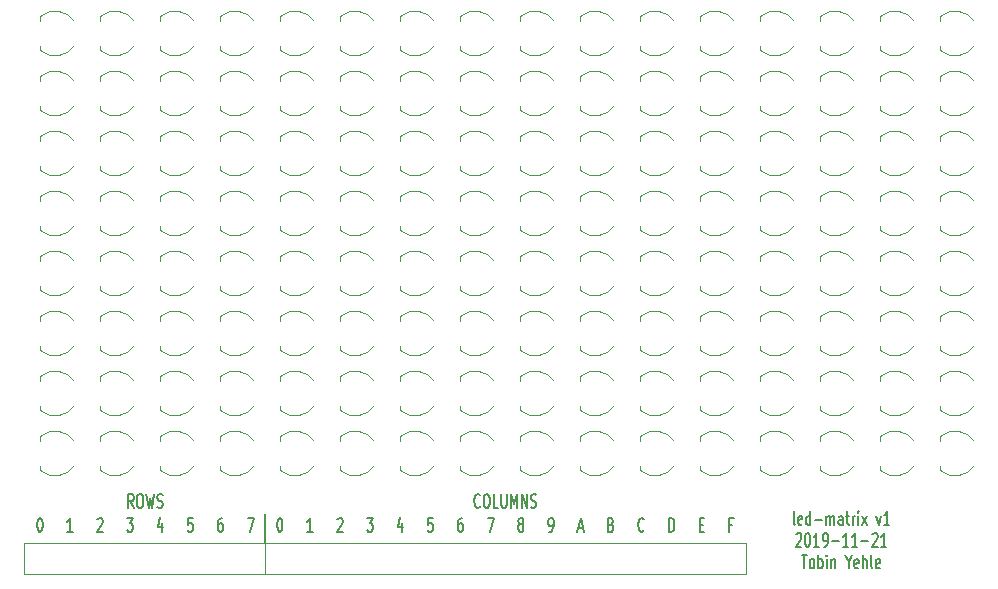
<source format=gbr>
G04 #@! TF.GenerationSoftware,KiCad,Pcbnew,5.0.2-bee76a0~70~ubuntu16.04.1*
G04 #@! TF.CreationDate,2019-11-21T23:00:53-08:00*
G04 #@! TF.ProjectId,led-panel,6c65642d-7061-46e6-956c-2e6b69636164,rev?*
G04 #@! TF.SameCoordinates,Original*
G04 #@! TF.FileFunction,Legend,Top*
G04 #@! TF.FilePolarity,Positive*
%FSLAX46Y46*%
G04 Gerber Fmt 4.6, Leading zero omitted, Abs format (unit mm)*
G04 Created by KiCad (PCBNEW 5.0.2-bee76a0~70~ubuntu16.04.1) date Thu 21 Nov 2019 11:00:53 PM PST*
%MOMM*%
%LPD*%
G01*
G04 APERTURE LIST*
%ADD10C,0.127000*%
%ADD11C,0.120000*%
G04 APERTURE END LIST*
D10*
X170579747Y-105101571D02*
X170504757Y-105047142D01*
X170467261Y-104938285D01*
X170467261Y-103958571D01*
X171179671Y-105047142D02*
X171104680Y-105101571D01*
X170954700Y-105101571D01*
X170879709Y-105047142D01*
X170842214Y-104938285D01*
X170842214Y-104502857D01*
X170879709Y-104394000D01*
X170954700Y-104339571D01*
X171104680Y-104339571D01*
X171179671Y-104394000D01*
X171217166Y-104502857D01*
X171217166Y-104611714D01*
X170842214Y-104720571D01*
X171892080Y-105101571D02*
X171892080Y-103958571D01*
X171892080Y-105047142D02*
X171817090Y-105101571D01*
X171667109Y-105101571D01*
X171592119Y-105047142D01*
X171554623Y-104992714D01*
X171517128Y-104883857D01*
X171517128Y-104557285D01*
X171554623Y-104448428D01*
X171592119Y-104394000D01*
X171667109Y-104339571D01*
X171817090Y-104339571D01*
X171892080Y-104394000D01*
X172267033Y-104666142D02*
X172866957Y-104666142D01*
X173241909Y-105101571D02*
X173241909Y-104339571D01*
X173241909Y-104448428D02*
X173279404Y-104394000D01*
X173354395Y-104339571D01*
X173466880Y-104339571D01*
X173541871Y-104394000D01*
X173579366Y-104502857D01*
X173579366Y-105101571D01*
X173579366Y-104502857D02*
X173616861Y-104394000D01*
X173691852Y-104339571D01*
X173804338Y-104339571D01*
X173879328Y-104394000D01*
X173916823Y-104502857D01*
X173916823Y-105101571D01*
X174629233Y-105101571D02*
X174629233Y-104502857D01*
X174591738Y-104394000D01*
X174516747Y-104339571D01*
X174366766Y-104339571D01*
X174291776Y-104394000D01*
X174629233Y-105047142D02*
X174554242Y-105101571D01*
X174366766Y-105101571D01*
X174291776Y-105047142D01*
X174254280Y-104938285D01*
X174254280Y-104829428D01*
X174291776Y-104720571D01*
X174366766Y-104666142D01*
X174554242Y-104666142D01*
X174629233Y-104611714D01*
X174891700Y-104339571D02*
X175191661Y-104339571D01*
X175004185Y-103958571D02*
X175004185Y-104938285D01*
X175041680Y-105047142D01*
X175116671Y-105101571D01*
X175191661Y-105101571D01*
X175454128Y-105101571D02*
X175454128Y-104339571D01*
X175454128Y-104557285D02*
X175491623Y-104448428D01*
X175529119Y-104394000D01*
X175604109Y-104339571D01*
X175679100Y-104339571D01*
X175941566Y-105101571D02*
X175941566Y-104339571D01*
X175941566Y-103958571D02*
X175904071Y-104013000D01*
X175941566Y-104067428D01*
X175979061Y-104013000D01*
X175941566Y-103958571D01*
X175941566Y-104067428D01*
X176241528Y-105101571D02*
X176653976Y-104339571D01*
X176241528Y-104339571D02*
X176653976Y-105101571D01*
X177478871Y-104339571D02*
X177666347Y-105101571D01*
X177853823Y-104339571D01*
X178566233Y-105101571D02*
X178116290Y-105101571D01*
X178341261Y-105101571D02*
X178341261Y-103958571D01*
X178266271Y-104121857D01*
X178191280Y-104230714D01*
X178116290Y-104285142D01*
X170673485Y-105908928D02*
X170710980Y-105854500D01*
X170785971Y-105800071D01*
X170973447Y-105800071D01*
X171048438Y-105854500D01*
X171085933Y-105908928D01*
X171123428Y-106017785D01*
X171123428Y-106126642D01*
X171085933Y-106289928D01*
X170635990Y-106943071D01*
X171123428Y-106943071D01*
X171610866Y-105800071D02*
X171685857Y-105800071D01*
X171760847Y-105854500D01*
X171798342Y-105908928D01*
X171835838Y-106017785D01*
X171873333Y-106235500D01*
X171873333Y-106507642D01*
X171835838Y-106725357D01*
X171798342Y-106834214D01*
X171760847Y-106888642D01*
X171685857Y-106943071D01*
X171610866Y-106943071D01*
X171535876Y-106888642D01*
X171498380Y-106834214D01*
X171460885Y-106725357D01*
X171423390Y-106507642D01*
X171423390Y-106235500D01*
X171460885Y-106017785D01*
X171498380Y-105908928D01*
X171535876Y-105854500D01*
X171610866Y-105800071D01*
X172623238Y-106943071D02*
X172173295Y-106943071D01*
X172398266Y-106943071D02*
X172398266Y-105800071D01*
X172323276Y-105963357D01*
X172248285Y-106072214D01*
X172173295Y-106126642D01*
X172998190Y-106943071D02*
X173148171Y-106943071D01*
X173223161Y-106888642D01*
X173260657Y-106834214D01*
X173335647Y-106670928D01*
X173373142Y-106453214D01*
X173373142Y-106017785D01*
X173335647Y-105908928D01*
X173298152Y-105854500D01*
X173223161Y-105800071D01*
X173073180Y-105800071D01*
X172998190Y-105854500D01*
X172960695Y-105908928D01*
X172923200Y-106017785D01*
X172923200Y-106289928D01*
X172960695Y-106398785D01*
X172998190Y-106453214D01*
X173073180Y-106507642D01*
X173223161Y-106507642D01*
X173298152Y-106453214D01*
X173335647Y-106398785D01*
X173373142Y-106289928D01*
X173710600Y-106507642D02*
X174310523Y-106507642D01*
X175097923Y-106943071D02*
X174647980Y-106943071D01*
X174872952Y-106943071D02*
X174872952Y-105800071D01*
X174797961Y-105963357D01*
X174722971Y-106072214D01*
X174647980Y-106126642D01*
X175847828Y-106943071D02*
X175397885Y-106943071D01*
X175622857Y-106943071D02*
X175622857Y-105800071D01*
X175547866Y-105963357D01*
X175472876Y-106072214D01*
X175397885Y-106126642D01*
X176185285Y-106507642D02*
X176785209Y-106507642D01*
X177122666Y-105908928D02*
X177160161Y-105854500D01*
X177235152Y-105800071D01*
X177422628Y-105800071D01*
X177497619Y-105854500D01*
X177535114Y-105908928D01*
X177572609Y-106017785D01*
X177572609Y-106126642D01*
X177535114Y-106289928D01*
X177085171Y-106943071D01*
X177572609Y-106943071D01*
X178322514Y-106943071D02*
X177872571Y-106943071D01*
X178097542Y-106943071D02*
X178097542Y-105800071D01*
X178022552Y-105963357D01*
X177947561Y-106072214D01*
X177872571Y-106126642D01*
X171142176Y-107641571D02*
X171592119Y-107641571D01*
X171367147Y-108784571D02*
X171367147Y-107641571D01*
X171967071Y-108784571D02*
X171892080Y-108730142D01*
X171854585Y-108675714D01*
X171817090Y-108566857D01*
X171817090Y-108240285D01*
X171854585Y-108131428D01*
X171892080Y-108077000D01*
X171967071Y-108022571D01*
X172079557Y-108022571D01*
X172154547Y-108077000D01*
X172192042Y-108131428D01*
X172229538Y-108240285D01*
X172229538Y-108566857D01*
X172192042Y-108675714D01*
X172154547Y-108730142D01*
X172079557Y-108784571D01*
X171967071Y-108784571D01*
X172566995Y-108784571D02*
X172566995Y-107641571D01*
X172566995Y-108077000D02*
X172641985Y-108022571D01*
X172791966Y-108022571D01*
X172866957Y-108077000D01*
X172904452Y-108131428D01*
X172941947Y-108240285D01*
X172941947Y-108566857D01*
X172904452Y-108675714D01*
X172866957Y-108730142D01*
X172791966Y-108784571D01*
X172641985Y-108784571D01*
X172566995Y-108730142D01*
X173279404Y-108784571D02*
X173279404Y-108022571D01*
X173279404Y-107641571D02*
X173241909Y-107696000D01*
X173279404Y-107750428D01*
X173316900Y-107696000D01*
X173279404Y-107641571D01*
X173279404Y-107750428D01*
X173654357Y-108022571D02*
X173654357Y-108784571D01*
X173654357Y-108131428D02*
X173691852Y-108077000D01*
X173766842Y-108022571D01*
X173879328Y-108022571D01*
X173954319Y-108077000D01*
X173991814Y-108185857D01*
X173991814Y-108784571D01*
X175116671Y-108240285D02*
X175116671Y-108784571D01*
X174854204Y-107641571D02*
X175116671Y-108240285D01*
X175379138Y-107641571D01*
X175941566Y-108730142D02*
X175866576Y-108784571D01*
X175716595Y-108784571D01*
X175641604Y-108730142D01*
X175604109Y-108621285D01*
X175604109Y-108185857D01*
X175641604Y-108077000D01*
X175716595Y-108022571D01*
X175866576Y-108022571D01*
X175941566Y-108077000D01*
X175979061Y-108185857D01*
X175979061Y-108294714D01*
X175604109Y-108403571D01*
X176316519Y-108784571D02*
X176316519Y-107641571D01*
X176653976Y-108784571D02*
X176653976Y-108185857D01*
X176616480Y-108077000D01*
X176541490Y-108022571D01*
X176429004Y-108022571D01*
X176354014Y-108077000D01*
X176316519Y-108131428D01*
X177141414Y-108784571D02*
X177066423Y-108730142D01*
X177028928Y-108621285D01*
X177028928Y-107641571D01*
X177741338Y-108730142D02*
X177666347Y-108784571D01*
X177516366Y-108784571D01*
X177441376Y-108730142D01*
X177403880Y-108621285D01*
X177403880Y-108185857D01*
X177441376Y-108077000D01*
X177516366Y-108022571D01*
X177666347Y-108022571D01*
X177741338Y-108077000D01*
X177778833Y-108185857D01*
X177778833Y-108294714D01*
X177403880Y-108403571D01*
X125730000Y-106616500D02*
X125730000Y-104140000D01*
X143912771Y-103532214D02*
X143875276Y-103586642D01*
X143762790Y-103641071D01*
X143687800Y-103641071D01*
X143575314Y-103586642D01*
X143500323Y-103477785D01*
X143462828Y-103368928D01*
X143425333Y-103151214D01*
X143425333Y-102987928D01*
X143462828Y-102770214D01*
X143500323Y-102661357D01*
X143575314Y-102552500D01*
X143687800Y-102498071D01*
X143762790Y-102498071D01*
X143875276Y-102552500D01*
X143912771Y-102606928D01*
X144400209Y-102498071D02*
X144550190Y-102498071D01*
X144625180Y-102552500D01*
X144700171Y-102661357D01*
X144737666Y-102879071D01*
X144737666Y-103260071D01*
X144700171Y-103477785D01*
X144625180Y-103586642D01*
X144550190Y-103641071D01*
X144400209Y-103641071D01*
X144325219Y-103586642D01*
X144250228Y-103477785D01*
X144212733Y-103260071D01*
X144212733Y-102879071D01*
X144250228Y-102661357D01*
X144325219Y-102552500D01*
X144400209Y-102498071D01*
X145450076Y-103641071D02*
X145075123Y-103641071D01*
X145075123Y-102498071D01*
X145712542Y-102498071D02*
X145712542Y-103423357D01*
X145750038Y-103532214D01*
X145787533Y-103586642D01*
X145862523Y-103641071D01*
X146012504Y-103641071D01*
X146087495Y-103586642D01*
X146124990Y-103532214D01*
X146162485Y-103423357D01*
X146162485Y-102498071D01*
X146537438Y-103641071D02*
X146537438Y-102498071D01*
X146799904Y-103314500D01*
X147062371Y-102498071D01*
X147062371Y-103641071D01*
X147437323Y-103641071D02*
X147437323Y-102498071D01*
X147887266Y-103641071D01*
X147887266Y-102498071D01*
X148224723Y-103586642D02*
X148337209Y-103641071D01*
X148524685Y-103641071D01*
X148599676Y-103586642D01*
X148637171Y-103532214D01*
X148674666Y-103423357D01*
X148674666Y-103314500D01*
X148637171Y-103205642D01*
X148599676Y-103151214D01*
X148524685Y-103096785D01*
X148374704Y-103042357D01*
X148299714Y-102987928D01*
X148262219Y-102933500D01*
X148224723Y-102824642D01*
X148224723Y-102715785D01*
X148262219Y-102606928D01*
X148299714Y-102552500D01*
X148374704Y-102498071D01*
X148562180Y-102498071D01*
X148674666Y-102552500D01*
X126927428Y-104530071D02*
X127002419Y-104530071D01*
X127077409Y-104584500D01*
X127114904Y-104638928D01*
X127152400Y-104747785D01*
X127189895Y-104965500D01*
X127189895Y-105237642D01*
X127152400Y-105455357D01*
X127114904Y-105564214D01*
X127077409Y-105618642D01*
X127002419Y-105673071D01*
X126927428Y-105673071D01*
X126852438Y-105618642D01*
X126814942Y-105564214D01*
X126777447Y-105455357D01*
X126739952Y-105237642D01*
X126739952Y-104965500D01*
X126777447Y-104747785D01*
X126814942Y-104638928D01*
X126852438Y-104584500D01*
X126927428Y-104530071D01*
X129739571Y-105673071D02*
X129289628Y-105673071D01*
X129514600Y-105673071D02*
X129514600Y-104530071D01*
X129439609Y-104693357D01*
X129364619Y-104802214D01*
X129289628Y-104856642D01*
X131839304Y-104638928D02*
X131876800Y-104584500D01*
X131951790Y-104530071D01*
X132139266Y-104530071D01*
X132214257Y-104584500D01*
X132251752Y-104638928D01*
X132289247Y-104747785D01*
X132289247Y-104856642D01*
X132251752Y-105019928D01*
X131801809Y-105673071D01*
X132289247Y-105673071D01*
X134351485Y-104530071D02*
X134838923Y-104530071D01*
X134576457Y-104965500D01*
X134688942Y-104965500D01*
X134763933Y-105019928D01*
X134801428Y-105074357D01*
X134838923Y-105183214D01*
X134838923Y-105455357D01*
X134801428Y-105564214D01*
X134763933Y-105618642D01*
X134688942Y-105673071D01*
X134463971Y-105673071D01*
X134388980Y-105618642D01*
X134351485Y-105564214D01*
X137313609Y-104911071D02*
X137313609Y-105673071D01*
X137126133Y-104475642D02*
X136938657Y-105292071D01*
X137426095Y-105292071D01*
X139900780Y-104530071D02*
X139525828Y-104530071D01*
X139488333Y-105074357D01*
X139525828Y-105019928D01*
X139600819Y-104965500D01*
X139788295Y-104965500D01*
X139863285Y-105019928D01*
X139900780Y-105074357D01*
X139938276Y-105183214D01*
X139938276Y-105455357D01*
X139900780Y-105564214D01*
X139863285Y-105618642D01*
X139788295Y-105673071D01*
X139600819Y-105673071D01*
X139525828Y-105618642D01*
X139488333Y-105564214D01*
X142412961Y-104530071D02*
X142262980Y-104530071D01*
X142187990Y-104584500D01*
X142150495Y-104638928D01*
X142075504Y-104802214D01*
X142038009Y-105019928D01*
X142038009Y-105455357D01*
X142075504Y-105564214D01*
X142113000Y-105618642D01*
X142187990Y-105673071D01*
X142337971Y-105673071D01*
X142412961Y-105618642D01*
X142450457Y-105564214D01*
X142487952Y-105455357D01*
X142487952Y-105183214D01*
X142450457Y-105074357D01*
X142412961Y-105019928D01*
X142337971Y-104965500D01*
X142187990Y-104965500D01*
X142113000Y-105019928D01*
X142075504Y-105074357D01*
X142038009Y-105183214D01*
X144550190Y-104530071D02*
X145075123Y-104530071D01*
X144737666Y-105673071D01*
X147287342Y-105019928D02*
X147212352Y-104965500D01*
X147174857Y-104911071D01*
X147137361Y-104802214D01*
X147137361Y-104747785D01*
X147174857Y-104638928D01*
X147212352Y-104584500D01*
X147287342Y-104530071D01*
X147437323Y-104530071D01*
X147512314Y-104584500D01*
X147549809Y-104638928D01*
X147587304Y-104747785D01*
X147587304Y-104802214D01*
X147549809Y-104911071D01*
X147512314Y-104965500D01*
X147437323Y-105019928D01*
X147287342Y-105019928D01*
X147212352Y-105074357D01*
X147174857Y-105128785D01*
X147137361Y-105237642D01*
X147137361Y-105455357D01*
X147174857Y-105564214D01*
X147212352Y-105618642D01*
X147287342Y-105673071D01*
X147437323Y-105673071D01*
X147512314Y-105618642D01*
X147549809Y-105564214D01*
X147587304Y-105455357D01*
X147587304Y-105237642D01*
X147549809Y-105128785D01*
X147512314Y-105074357D01*
X147437323Y-105019928D01*
X149762028Y-105673071D02*
X149912009Y-105673071D01*
X149987000Y-105618642D01*
X150024495Y-105564214D01*
X150099485Y-105400928D01*
X150136980Y-105183214D01*
X150136980Y-104747785D01*
X150099485Y-104638928D01*
X150061990Y-104584500D01*
X149987000Y-104530071D01*
X149837019Y-104530071D01*
X149762028Y-104584500D01*
X149724533Y-104638928D01*
X149687038Y-104747785D01*
X149687038Y-105019928D01*
X149724533Y-105128785D01*
X149762028Y-105183214D01*
X149837019Y-105237642D01*
X149987000Y-105237642D01*
X150061990Y-105183214D01*
X150099485Y-105128785D01*
X150136980Y-105019928D01*
X152236714Y-105346500D02*
X152611666Y-105346500D01*
X152161723Y-105673071D02*
X152424190Y-104530071D01*
X152686657Y-105673071D01*
X155011361Y-105074357D02*
X155123847Y-105128785D01*
X155161342Y-105183214D01*
X155198838Y-105292071D01*
X155198838Y-105455357D01*
X155161342Y-105564214D01*
X155123847Y-105618642D01*
X155048857Y-105673071D01*
X154748895Y-105673071D01*
X154748895Y-104530071D01*
X155011361Y-104530071D01*
X155086352Y-104584500D01*
X155123847Y-104638928D01*
X155161342Y-104747785D01*
X155161342Y-104856642D01*
X155123847Y-104965500D01*
X155086352Y-105019928D01*
X155011361Y-105074357D01*
X154748895Y-105074357D01*
X157786009Y-105564214D02*
X157748514Y-105618642D01*
X157636028Y-105673071D01*
X157561038Y-105673071D01*
X157448552Y-105618642D01*
X157373561Y-105509785D01*
X157336066Y-105400928D01*
X157298571Y-105183214D01*
X157298571Y-105019928D01*
X157336066Y-104802214D01*
X157373561Y-104693357D01*
X157448552Y-104584500D01*
X157561038Y-104530071D01*
X157636028Y-104530071D01*
X157748514Y-104584500D01*
X157786009Y-104638928D01*
X159923238Y-105673071D02*
X159923238Y-104530071D01*
X160110714Y-104530071D01*
X160223200Y-104584500D01*
X160298190Y-104693357D01*
X160335685Y-104802214D01*
X160373180Y-105019928D01*
X160373180Y-105183214D01*
X160335685Y-105400928D01*
X160298190Y-105509785D01*
X160223200Y-105618642D01*
X160110714Y-105673071D01*
X159923238Y-105673071D01*
X162510409Y-105074357D02*
X162772876Y-105074357D01*
X162885361Y-105673071D02*
X162510409Y-105673071D01*
X162510409Y-104530071D01*
X162885361Y-104530071D01*
X165285057Y-105074357D02*
X165022590Y-105074357D01*
X165022590Y-105673071D02*
X165022590Y-104530071D01*
X165397542Y-104530071D01*
X114576376Y-103641071D02*
X114313909Y-103096785D01*
X114126433Y-103641071D02*
X114126433Y-102498071D01*
X114426395Y-102498071D01*
X114501385Y-102552500D01*
X114538880Y-102606928D01*
X114576376Y-102715785D01*
X114576376Y-102879071D01*
X114538880Y-102987928D01*
X114501385Y-103042357D01*
X114426395Y-103096785D01*
X114126433Y-103096785D01*
X115063814Y-102498071D02*
X115213795Y-102498071D01*
X115288785Y-102552500D01*
X115363776Y-102661357D01*
X115401271Y-102879071D01*
X115401271Y-103260071D01*
X115363776Y-103477785D01*
X115288785Y-103586642D01*
X115213795Y-103641071D01*
X115063814Y-103641071D01*
X114988823Y-103586642D01*
X114913833Y-103477785D01*
X114876338Y-103260071D01*
X114876338Y-102879071D01*
X114913833Y-102661357D01*
X114988823Y-102552500D01*
X115063814Y-102498071D01*
X115663738Y-102498071D02*
X115851214Y-103641071D01*
X116001195Y-102824642D01*
X116151176Y-103641071D01*
X116338652Y-102498071D01*
X116601119Y-103586642D02*
X116713604Y-103641071D01*
X116901080Y-103641071D01*
X116976071Y-103586642D01*
X117013566Y-103532214D01*
X117051061Y-103423357D01*
X117051061Y-103314500D01*
X117013566Y-103205642D01*
X116976071Y-103151214D01*
X116901080Y-103096785D01*
X116751100Y-103042357D01*
X116676109Y-102987928D01*
X116638614Y-102933500D01*
X116601119Y-102824642D01*
X116601119Y-102715785D01*
X116638614Y-102606928D01*
X116676109Y-102552500D01*
X116751100Y-102498071D01*
X116938576Y-102498071D01*
X117051061Y-102552500D01*
X106608638Y-104530071D02*
X106683628Y-104530071D01*
X106758619Y-104584500D01*
X106796114Y-104638928D01*
X106833609Y-104747785D01*
X106871104Y-104965500D01*
X106871104Y-105237642D01*
X106833609Y-105455357D01*
X106796114Y-105564214D01*
X106758619Y-105618642D01*
X106683628Y-105673071D01*
X106608638Y-105673071D01*
X106533647Y-105618642D01*
X106496152Y-105564214D01*
X106458657Y-105455357D01*
X106421161Y-105237642D01*
X106421161Y-104965500D01*
X106458657Y-104747785D01*
X106496152Y-104638928D01*
X106533647Y-104584500D01*
X106608638Y-104530071D01*
X109420780Y-105673071D02*
X108970838Y-105673071D01*
X109195809Y-105673071D02*
X109195809Y-104530071D01*
X109120819Y-104693357D01*
X109045828Y-104802214D01*
X108970838Y-104856642D01*
X111520514Y-104638928D02*
X111558009Y-104584500D01*
X111633000Y-104530071D01*
X111820476Y-104530071D01*
X111895466Y-104584500D01*
X111932961Y-104638928D01*
X111970457Y-104747785D01*
X111970457Y-104856642D01*
X111932961Y-105019928D01*
X111483019Y-105673071D01*
X111970457Y-105673071D01*
X114032695Y-104530071D02*
X114520133Y-104530071D01*
X114257666Y-104965500D01*
X114370152Y-104965500D01*
X114445142Y-105019928D01*
X114482638Y-105074357D01*
X114520133Y-105183214D01*
X114520133Y-105455357D01*
X114482638Y-105564214D01*
X114445142Y-105618642D01*
X114370152Y-105673071D01*
X114145180Y-105673071D01*
X114070190Y-105618642D01*
X114032695Y-105564214D01*
X116994819Y-104911071D02*
X116994819Y-105673071D01*
X116807342Y-104475642D02*
X116619866Y-105292071D01*
X117107304Y-105292071D01*
X119581990Y-104530071D02*
X119207038Y-104530071D01*
X119169542Y-105074357D01*
X119207038Y-105019928D01*
X119282028Y-104965500D01*
X119469504Y-104965500D01*
X119544495Y-105019928D01*
X119581990Y-105074357D01*
X119619485Y-105183214D01*
X119619485Y-105455357D01*
X119581990Y-105564214D01*
X119544495Y-105618642D01*
X119469504Y-105673071D01*
X119282028Y-105673071D01*
X119207038Y-105618642D01*
X119169542Y-105564214D01*
X122094171Y-104530071D02*
X121944190Y-104530071D01*
X121869200Y-104584500D01*
X121831704Y-104638928D01*
X121756714Y-104802214D01*
X121719219Y-105019928D01*
X121719219Y-105455357D01*
X121756714Y-105564214D01*
X121794209Y-105618642D01*
X121869200Y-105673071D01*
X122019180Y-105673071D01*
X122094171Y-105618642D01*
X122131666Y-105564214D01*
X122169161Y-105455357D01*
X122169161Y-105183214D01*
X122131666Y-105074357D01*
X122094171Y-105019928D01*
X122019180Y-104965500D01*
X121869200Y-104965500D01*
X121794209Y-105019928D01*
X121756714Y-105074357D01*
X121719219Y-105183214D01*
X124231400Y-104530071D02*
X124756333Y-104530071D01*
X124418876Y-105673071D01*
D11*
G04 #@! TO.C,J1*
X166430000Y-109280000D02*
X166430000Y-106620000D01*
X105346500Y-109283500D02*
X166430000Y-109280000D01*
X105346500Y-106616500D02*
X166430000Y-106620000D01*
X105346500Y-109283500D02*
X105346500Y-106616500D01*
X125730000Y-109283500D02*
X125730000Y-106616500D01*
G04 #@! TO.C,D0*
X106680000Y-64566800D02*
X106680000Y-64922400D01*
X106680000Y-62077600D02*
X106680000Y-62433200D01*
X109552469Y-64533545D02*
G75*
G02X106680000Y-64922400I-1602469J1033545D01*
G01*
X109552468Y-62466454D02*
G75*
G03X106680000Y-62077600I-1602468J-1033546D01*
G01*
G04 #@! TO.C,D1*
X106680000Y-69646800D02*
X106680000Y-70002400D01*
X106680000Y-67157600D02*
X106680000Y-67513200D01*
X109552469Y-69613545D02*
G75*
G02X106680000Y-70002400I-1602469J1033545D01*
G01*
X109552468Y-67546454D02*
G75*
G03X106680000Y-67157600I-1602468J-1033546D01*
G01*
G04 #@! TO.C,D2*
X106680000Y-74726800D02*
X106680000Y-75082400D01*
X106680000Y-72237600D02*
X106680000Y-72593200D01*
X109552469Y-74693545D02*
G75*
G02X106680000Y-75082400I-1602469J1033545D01*
G01*
X109552468Y-72626454D02*
G75*
G03X106680000Y-72237600I-1602468J-1033546D01*
G01*
G04 #@! TO.C,D3*
X106680000Y-79806800D02*
X106680000Y-80162400D01*
X106680000Y-77317600D02*
X106680000Y-77673200D01*
X109552469Y-79773545D02*
G75*
G02X106680000Y-80162400I-1602469J1033545D01*
G01*
X109552468Y-77706454D02*
G75*
G03X106680000Y-77317600I-1602468J-1033546D01*
G01*
G04 #@! TO.C,D4*
X106680000Y-84886800D02*
X106680000Y-85242400D01*
X106680000Y-82397600D02*
X106680000Y-82753200D01*
X109552469Y-84853545D02*
G75*
G02X106680000Y-85242400I-1602469J1033545D01*
G01*
X109552468Y-82786454D02*
G75*
G03X106680000Y-82397600I-1602468J-1033546D01*
G01*
G04 #@! TO.C,D5*
X106680000Y-89966800D02*
X106680000Y-90322400D01*
X106680000Y-87477600D02*
X106680000Y-87833200D01*
X109552469Y-89933545D02*
G75*
G02X106680000Y-90322400I-1602469J1033545D01*
G01*
X109552468Y-87866454D02*
G75*
G03X106680000Y-87477600I-1602468J-1033546D01*
G01*
G04 #@! TO.C,D6*
X106680000Y-95046800D02*
X106680000Y-95402400D01*
X106680000Y-92557600D02*
X106680000Y-92913200D01*
X109552469Y-95013545D02*
G75*
G02X106680000Y-95402400I-1602469J1033545D01*
G01*
X109552468Y-92946454D02*
G75*
G03X106680000Y-92557600I-1602468J-1033546D01*
G01*
G04 #@! TO.C,D7*
X106680000Y-100126800D02*
X106680000Y-100482400D01*
X106680000Y-97637600D02*
X106680000Y-97993200D01*
X109552469Y-100093545D02*
G75*
G02X106680000Y-100482400I-1602469J1033545D01*
G01*
X109552468Y-98026454D02*
G75*
G03X106680000Y-97637600I-1602468J-1033546D01*
G01*
G04 #@! TO.C,D8*
X114632468Y-62466454D02*
G75*
G03X111760000Y-62077600I-1602468J-1033546D01*
G01*
X114632469Y-64533545D02*
G75*
G02X111760000Y-64922400I-1602469J1033545D01*
G01*
X111760000Y-62077600D02*
X111760000Y-62433200D01*
X111760000Y-64566800D02*
X111760000Y-64922400D01*
G04 #@! TO.C,D9*
X114632468Y-67546454D02*
G75*
G03X111760000Y-67157600I-1602468J-1033546D01*
G01*
X114632469Y-69613545D02*
G75*
G02X111760000Y-70002400I-1602469J1033545D01*
G01*
X111760000Y-67157600D02*
X111760000Y-67513200D01*
X111760000Y-69646800D02*
X111760000Y-70002400D01*
G04 #@! TO.C,D10*
X114632468Y-72626454D02*
G75*
G03X111760000Y-72237600I-1602468J-1033546D01*
G01*
X114632469Y-74693545D02*
G75*
G02X111760000Y-75082400I-1602469J1033545D01*
G01*
X111760000Y-72237600D02*
X111760000Y-72593200D01*
X111760000Y-74726800D02*
X111760000Y-75082400D01*
G04 #@! TO.C,D11*
X114632468Y-77706454D02*
G75*
G03X111760000Y-77317600I-1602468J-1033546D01*
G01*
X114632469Y-79773545D02*
G75*
G02X111760000Y-80162400I-1602469J1033545D01*
G01*
X111760000Y-77317600D02*
X111760000Y-77673200D01*
X111760000Y-79806800D02*
X111760000Y-80162400D01*
G04 #@! TO.C,D12*
X114632468Y-82786454D02*
G75*
G03X111760000Y-82397600I-1602468J-1033546D01*
G01*
X114632469Y-84853545D02*
G75*
G02X111760000Y-85242400I-1602469J1033545D01*
G01*
X111760000Y-82397600D02*
X111760000Y-82753200D01*
X111760000Y-84886800D02*
X111760000Y-85242400D01*
G04 #@! TO.C,D13*
X114632468Y-87866454D02*
G75*
G03X111760000Y-87477600I-1602468J-1033546D01*
G01*
X114632469Y-89933545D02*
G75*
G02X111760000Y-90322400I-1602469J1033545D01*
G01*
X111760000Y-87477600D02*
X111760000Y-87833200D01*
X111760000Y-89966800D02*
X111760000Y-90322400D01*
G04 #@! TO.C,D14*
X114632468Y-92946454D02*
G75*
G03X111760000Y-92557600I-1602468J-1033546D01*
G01*
X114632469Y-95013545D02*
G75*
G02X111760000Y-95402400I-1602469J1033545D01*
G01*
X111760000Y-92557600D02*
X111760000Y-92913200D01*
X111760000Y-95046800D02*
X111760000Y-95402400D01*
G04 #@! TO.C,D15*
X114632468Y-98026454D02*
G75*
G03X111760000Y-97637600I-1602468J-1033546D01*
G01*
X114632469Y-100093545D02*
G75*
G02X111760000Y-100482400I-1602469J1033545D01*
G01*
X111760000Y-97637600D02*
X111760000Y-97993200D01*
X111760000Y-100126800D02*
X111760000Y-100482400D01*
G04 #@! TO.C,D16*
X116840000Y-64566800D02*
X116840000Y-64922400D01*
X116840000Y-62077600D02*
X116840000Y-62433200D01*
X119712469Y-64533545D02*
G75*
G02X116840000Y-64922400I-1602469J1033545D01*
G01*
X119712468Y-62466454D02*
G75*
G03X116840000Y-62077600I-1602468J-1033546D01*
G01*
G04 #@! TO.C,D17*
X116840000Y-69646800D02*
X116840000Y-70002400D01*
X116840000Y-67157600D02*
X116840000Y-67513200D01*
X119712469Y-69613545D02*
G75*
G02X116840000Y-70002400I-1602469J1033545D01*
G01*
X119712468Y-67546454D02*
G75*
G03X116840000Y-67157600I-1602468J-1033546D01*
G01*
G04 #@! TO.C,D18*
X116840000Y-74726800D02*
X116840000Y-75082400D01*
X116840000Y-72237600D02*
X116840000Y-72593200D01*
X119712469Y-74693545D02*
G75*
G02X116840000Y-75082400I-1602469J1033545D01*
G01*
X119712468Y-72626454D02*
G75*
G03X116840000Y-72237600I-1602468J-1033546D01*
G01*
G04 #@! TO.C,D19*
X116840000Y-79806800D02*
X116840000Y-80162400D01*
X116840000Y-77317600D02*
X116840000Y-77673200D01*
X119712469Y-79773545D02*
G75*
G02X116840000Y-80162400I-1602469J1033545D01*
G01*
X119712468Y-77706454D02*
G75*
G03X116840000Y-77317600I-1602468J-1033546D01*
G01*
G04 #@! TO.C,D20*
X116840000Y-84886800D02*
X116840000Y-85242400D01*
X116840000Y-82397600D02*
X116840000Y-82753200D01*
X119712469Y-84853545D02*
G75*
G02X116840000Y-85242400I-1602469J1033545D01*
G01*
X119712468Y-82786454D02*
G75*
G03X116840000Y-82397600I-1602468J-1033546D01*
G01*
G04 #@! TO.C,D21*
X116840000Y-89966800D02*
X116840000Y-90322400D01*
X116840000Y-87477600D02*
X116840000Y-87833200D01*
X119712469Y-89933545D02*
G75*
G02X116840000Y-90322400I-1602469J1033545D01*
G01*
X119712468Y-87866454D02*
G75*
G03X116840000Y-87477600I-1602468J-1033546D01*
G01*
G04 #@! TO.C,D22*
X116840000Y-95046800D02*
X116840000Y-95402400D01*
X116840000Y-92557600D02*
X116840000Y-92913200D01*
X119712469Y-95013545D02*
G75*
G02X116840000Y-95402400I-1602469J1033545D01*
G01*
X119712468Y-92946454D02*
G75*
G03X116840000Y-92557600I-1602468J-1033546D01*
G01*
G04 #@! TO.C,D23*
X116840000Y-100126800D02*
X116840000Y-100482400D01*
X116840000Y-97637600D02*
X116840000Y-97993200D01*
X119712469Y-100093545D02*
G75*
G02X116840000Y-100482400I-1602469J1033545D01*
G01*
X119712468Y-98026454D02*
G75*
G03X116840000Y-97637600I-1602468J-1033546D01*
G01*
G04 #@! TO.C,D24*
X124792468Y-62466454D02*
G75*
G03X121920000Y-62077600I-1602468J-1033546D01*
G01*
X124792469Y-64533545D02*
G75*
G02X121920000Y-64922400I-1602469J1033545D01*
G01*
X121920000Y-62077600D02*
X121920000Y-62433200D01*
X121920000Y-64566800D02*
X121920000Y-64922400D01*
G04 #@! TO.C,D25*
X124792468Y-67546454D02*
G75*
G03X121920000Y-67157600I-1602468J-1033546D01*
G01*
X124792469Y-69613545D02*
G75*
G02X121920000Y-70002400I-1602469J1033545D01*
G01*
X121920000Y-67157600D02*
X121920000Y-67513200D01*
X121920000Y-69646800D02*
X121920000Y-70002400D01*
G04 #@! TO.C,D26*
X124792468Y-72626454D02*
G75*
G03X121920000Y-72237600I-1602468J-1033546D01*
G01*
X124792469Y-74693545D02*
G75*
G02X121920000Y-75082400I-1602469J1033545D01*
G01*
X121920000Y-72237600D02*
X121920000Y-72593200D01*
X121920000Y-74726800D02*
X121920000Y-75082400D01*
G04 #@! TO.C,D27*
X124792468Y-77706454D02*
G75*
G03X121920000Y-77317600I-1602468J-1033546D01*
G01*
X124792469Y-79773545D02*
G75*
G02X121920000Y-80162400I-1602469J1033545D01*
G01*
X121920000Y-77317600D02*
X121920000Y-77673200D01*
X121920000Y-79806800D02*
X121920000Y-80162400D01*
G04 #@! TO.C,D28*
X124792468Y-82786454D02*
G75*
G03X121920000Y-82397600I-1602468J-1033546D01*
G01*
X124792469Y-84853545D02*
G75*
G02X121920000Y-85242400I-1602469J1033545D01*
G01*
X121920000Y-82397600D02*
X121920000Y-82753200D01*
X121920000Y-84886800D02*
X121920000Y-85242400D01*
G04 #@! TO.C,D29*
X124792468Y-87866454D02*
G75*
G03X121920000Y-87477600I-1602468J-1033546D01*
G01*
X124792469Y-89933545D02*
G75*
G02X121920000Y-90322400I-1602469J1033545D01*
G01*
X121920000Y-87477600D02*
X121920000Y-87833200D01*
X121920000Y-89966800D02*
X121920000Y-90322400D01*
G04 #@! TO.C,D30*
X124792468Y-92946454D02*
G75*
G03X121920000Y-92557600I-1602468J-1033546D01*
G01*
X124792469Y-95013545D02*
G75*
G02X121920000Y-95402400I-1602469J1033545D01*
G01*
X121920000Y-92557600D02*
X121920000Y-92913200D01*
X121920000Y-95046800D02*
X121920000Y-95402400D01*
G04 #@! TO.C,D31*
X124792468Y-98026454D02*
G75*
G03X121920000Y-97637600I-1602468J-1033546D01*
G01*
X124792469Y-100093545D02*
G75*
G02X121920000Y-100482400I-1602469J1033545D01*
G01*
X121920000Y-97637600D02*
X121920000Y-97993200D01*
X121920000Y-100126800D02*
X121920000Y-100482400D01*
G04 #@! TO.C,D32*
X127000000Y-64566800D02*
X127000000Y-64922400D01*
X127000000Y-62077600D02*
X127000000Y-62433200D01*
X129872469Y-64533545D02*
G75*
G02X127000000Y-64922400I-1602469J1033545D01*
G01*
X129872468Y-62466454D02*
G75*
G03X127000000Y-62077600I-1602468J-1033546D01*
G01*
G04 #@! TO.C,D33*
X127000000Y-69646800D02*
X127000000Y-70002400D01*
X127000000Y-67157600D02*
X127000000Y-67513200D01*
X129872469Y-69613545D02*
G75*
G02X127000000Y-70002400I-1602469J1033545D01*
G01*
X129872468Y-67546454D02*
G75*
G03X127000000Y-67157600I-1602468J-1033546D01*
G01*
G04 #@! TO.C,D34*
X127000000Y-74726800D02*
X127000000Y-75082400D01*
X127000000Y-72237600D02*
X127000000Y-72593200D01*
X129872469Y-74693545D02*
G75*
G02X127000000Y-75082400I-1602469J1033545D01*
G01*
X129872468Y-72626454D02*
G75*
G03X127000000Y-72237600I-1602468J-1033546D01*
G01*
G04 #@! TO.C,D35*
X127000000Y-79806800D02*
X127000000Y-80162400D01*
X127000000Y-77317600D02*
X127000000Y-77673200D01*
X129872469Y-79773545D02*
G75*
G02X127000000Y-80162400I-1602469J1033545D01*
G01*
X129872468Y-77706454D02*
G75*
G03X127000000Y-77317600I-1602468J-1033546D01*
G01*
G04 #@! TO.C,D36*
X127000000Y-84886800D02*
X127000000Y-85242400D01*
X127000000Y-82397600D02*
X127000000Y-82753200D01*
X129872469Y-84853545D02*
G75*
G02X127000000Y-85242400I-1602469J1033545D01*
G01*
X129872468Y-82786454D02*
G75*
G03X127000000Y-82397600I-1602468J-1033546D01*
G01*
G04 #@! TO.C,D37*
X127000000Y-89966800D02*
X127000000Y-90322400D01*
X127000000Y-87477600D02*
X127000000Y-87833200D01*
X129872469Y-89933545D02*
G75*
G02X127000000Y-90322400I-1602469J1033545D01*
G01*
X129872468Y-87866454D02*
G75*
G03X127000000Y-87477600I-1602468J-1033546D01*
G01*
G04 #@! TO.C,D38*
X127000000Y-95046800D02*
X127000000Y-95402400D01*
X127000000Y-92557600D02*
X127000000Y-92913200D01*
X129872469Y-95013545D02*
G75*
G02X127000000Y-95402400I-1602469J1033545D01*
G01*
X129872468Y-92946454D02*
G75*
G03X127000000Y-92557600I-1602468J-1033546D01*
G01*
G04 #@! TO.C,D39*
X127000000Y-100126800D02*
X127000000Y-100482400D01*
X127000000Y-97637600D02*
X127000000Y-97993200D01*
X129872469Y-100093545D02*
G75*
G02X127000000Y-100482400I-1602469J1033545D01*
G01*
X129872468Y-98026454D02*
G75*
G03X127000000Y-97637600I-1602468J-1033546D01*
G01*
G04 #@! TO.C,D40*
X134952468Y-62466454D02*
G75*
G03X132080000Y-62077600I-1602468J-1033546D01*
G01*
X134952469Y-64533545D02*
G75*
G02X132080000Y-64922400I-1602469J1033545D01*
G01*
X132080000Y-62077600D02*
X132080000Y-62433200D01*
X132080000Y-64566800D02*
X132080000Y-64922400D01*
G04 #@! TO.C,D41*
X134952468Y-67546454D02*
G75*
G03X132080000Y-67157600I-1602468J-1033546D01*
G01*
X134952469Y-69613545D02*
G75*
G02X132080000Y-70002400I-1602469J1033545D01*
G01*
X132080000Y-67157600D02*
X132080000Y-67513200D01*
X132080000Y-69646800D02*
X132080000Y-70002400D01*
G04 #@! TO.C,D42*
X134952468Y-72626454D02*
G75*
G03X132080000Y-72237600I-1602468J-1033546D01*
G01*
X134952469Y-74693545D02*
G75*
G02X132080000Y-75082400I-1602469J1033545D01*
G01*
X132080000Y-72237600D02*
X132080000Y-72593200D01*
X132080000Y-74726800D02*
X132080000Y-75082400D01*
G04 #@! TO.C,D43*
X134952468Y-77706454D02*
G75*
G03X132080000Y-77317600I-1602468J-1033546D01*
G01*
X134952469Y-79773545D02*
G75*
G02X132080000Y-80162400I-1602469J1033545D01*
G01*
X132080000Y-77317600D02*
X132080000Y-77673200D01*
X132080000Y-79806800D02*
X132080000Y-80162400D01*
G04 #@! TO.C,D44*
X134952468Y-82786454D02*
G75*
G03X132080000Y-82397600I-1602468J-1033546D01*
G01*
X134952469Y-84853545D02*
G75*
G02X132080000Y-85242400I-1602469J1033545D01*
G01*
X132080000Y-82397600D02*
X132080000Y-82753200D01*
X132080000Y-84886800D02*
X132080000Y-85242400D01*
G04 #@! TO.C,D45*
X134952468Y-87866454D02*
G75*
G03X132080000Y-87477600I-1602468J-1033546D01*
G01*
X134952469Y-89933545D02*
G75*
G02X132080000Y-90322400I-1602469J1033545D01*
G01*
X132080000Y-87477600D02*
X132080000Y-87833200D01*
X132080000Y-89966800D02*
X132080000Y-90322400D01*
G04 #@! TO.C,D46*
X134952468Y-92946454D02*
G75*
G03X132080000Y-92557600I-1602468J-1033546D01*
G01*
X134952469Y-95013545D02*
G75*
G02X132080000Y-95402400I-1602469J1033545D01*
G01*
X132080000Y-92557600D02*
X132080000Y-92913200D01*
X132080000Y-95046800D02*
X132080000Y-95402400D01*
G04 #@! TO.C,D47*
X134952468Y-98026454D02*
G75*
G03X132080000Y-97637600I-1602468J-1033546D01*
G01*
X134952469Y-100093545D02*
G75*
G02X132080000Y-100482400I-1602469J1033545D01*
G01*
X132080000Y-97637600D02*
X132080000Y-97993200D01*
X132080000Y-100126800D02*
X132080000Y-100482400D01*
G04 #@! TO.C,D48*
X137160000Y-64566800D02*
X137160000Y-64922400D01*
X137160000Y-62077600D02*
X137160000Y-62433200D01*
X140032469Y-64533545D02*
G75*
G02X137160000Y-64922400I-1602469J1033545D01*
G01*
X140032468Y-62466454D02*
G75*
G03X137160000Y-62077600I-1602468J-1033546D01*
G01*
G04 #@! TO.C,D49*
X137160000Y-69646800D02*
X137160000Y-70002400D01*
X137160000Y-67157600D02*
X137160000Y-67513200D01*
X140032469Y-69613545D02*
G75*
G02X137160000Y-70002400I-1602469J1033545D01*
G01*
X140032468Y-67546454D02*
G75*
G03X137160000Y-67157600I-1602468J-1033546D01*
G01*
G04 #@! TO.C,D50*
X137160000Y-74726800D02*
X137160000Y-75082400D01*
X137160000Y-72237600D02*
X137160000Y-72593200D01*
X140032469Y-74693545D02*
G75*
G02X137160000Y-75082400I-1602469J1033545D01*
G01*
X140032468Y-72626454D02*
G75*
G03X137160000Y-72237600I-1602468J-1033546D01*
G01*
G04 #@! TO.C,D51*
X137160000Y-79806800D02*
X137160000Y-80162400D01*
X137160000Y-77317600D02*
X137160000Y-77673200D01*
X140032469Y-79773545D02*
G75*
G02X137160000Y-80162400I-1602469J1033545D01*
G01*
X140032468Y-77706454D02*
G75*
G03X137160000Y-77317600I-1602468J-1033546D01*
G01*
G04 #@! TO.C,D52*
X137160000Y-84886800D02*
X137160000Y-85242400D01*
X137160000Y-82397600D02*
X137160000Y-82753200D01*
X140032469Y-84853545D02*
G75*
G02X137160000Y-85242400I-1602469J1033545D01*
G01*
X140032468Y-82786454D02*
G75*
G03X137160000Y-82397600I-1602468J-1033546D01*
G01*
G04 #@! TO.C,D53*
X137160000Y-89966800D02*
X137160000Y-90322400D01*
X137160000Y-87477600D02*
X137160000Y-87833200D01*
X140032469Y-89933545D02*
G75*
G02X137160000Y-90322400I-1602469J1033545D01*
G01*
X140032468Y-87866454D02*
G75*
G03X137160000Y-87477600I-1602468J-1033546D01*
G01*
G04 #@! TO.C,D54*
X137160000Y-95046800D02*
X137160000Y-95402400D01*
X137160000Y-92557600D02*
X137160000Y-92913200D01*
X140032469Y-95013545D02*
G75*
G02X137160000Y-95402400I-1602469J1033545D01*
G01*
X140032468Y-92946454D02*
G75*
G03X137160000Y-92557600I-1602468J-1033546D01*
G01*
G04 #@! TO.C,D55*
X137160000Y-100126800D02*
X137160000Y-100482400D01*
X137160000Y-97637600D02*
X137160000Y-97993200D01*
X140032469Y-100093545D02*
G75*
G02X137160000Y-100482400I-1602469J1033545D01*
G01*
X140032468Y-98026454D02*
G75*
G03X137160000Y-97637600I-1602468J-1033546D01*
G01*
G04 #@! TO.C,D56*
X145112468Y-62466454D02*
G75*
G03X142240000Y-62077600I-1602468J-1033546D01*
G01*
X145112469Y-64533545D02*
G75*
G02X142240000Y-64922400I-1602469J1033545D01*
G01*
X142240000Y-62077600D02*
X142240000Y-62433200D01*
X142240000Y-64566800D02*
X142240000Y-64922400D01*
G04 #@! TO.C,D57*
X145112468Y-67546454D02*
G75*
G03X142240000Y-67157600I-1602468J-1033546D01*
G01*
X145112469Y-69613545D02*
G75*
G02X142240000Y-70002400I-1602469J1033545D01*
G01*
X142240000Y-67157600D02*
X142240000Y-67513200D01*
X142240000Y-69646800D02*
X142240000Y-70002400D01*
G04 #@! TO.C,D58*
X145112468Y-72626454D02*
G75*
G03X142240000Y-72237600I-1602468J-1033546D01*
G01*
X145112469Y-74693545D02*
G75*
G02X142240000Y-75082400I-1602469J1033545D01*
G01*
X142240000Y-72237600D02*
X142240000Y-72593200D01*
X142240000Y-74726800D02*
X142240000Y-75082400D01*
G04 #@! TO.C,D59*
X145112468Y-77706454D02*
G75*
G03X142240000Y-77317600I-1602468J-1033546D01*
G01*
X145112469Y-79773545D02*
G75*
G02X142240000Y-80162400I-1602469J1033545D01*
G01*
X142240000Y-77317600D02*
X142240000Y-77673200D01*
X142240000Y-79806800D02*
X142240000Y-80162400D01*
G04 #@! TO.C,D60*
X145112468Y-82786454D02*
G75*
G03X142240000Y-82397600I-1602468J-1033546D01*
G01*
X145112469Y-84853545D02*
G75*
G02X142240000Y-85242400I-1602469J1033545D01*
G01*
X142240000Y-82397600D02*
X142240000Y-82753200D01*
X142240000Y-84886800D02*
X142240000Y-85242400D01*
G04 #@! TO.C,D61*
X145112468Y-87866454D02*
G75*
G03X142240000Y-87477600I-1602468J-1033546D01*
G01*
X145112469Y-89933545D02*
G75*
G02X142240000Y-90322400I-1602469J1033545D01*
G01*
X142240000Y-87477600D02*
X142240000Y-87833200D01*
X142240000Y-89966800D02*
X142240000Y-90322400D01*
G04 #@! TO.C,D62*
X145112468Y-92946454D02*
G75*
G03X142240000Y-92557600I-1602468J-1033546D01*
G01*
X145112469Y-95013545D02*
G75*
G02X142240000Y-95402400I-1602469J1033545D01*
G01*
X142240000Y-92557600D02*
X142240000Y-92913200D01*
X142240000Y-95046800D02*
X142240000Y-95402400D01*
G04 #@! TO.C,D63*
X145112468Y-98026454D02*
G75*
G03X142240000Y-97637600I-1602468J-1033546D01*
G01*
X145112469Y-100093545D02*
G75*
G02X142240000Y-100482400I-1602469J1033545D01*
G01*
X142240000Y-97637600D02*
X142240000Y-97993200D01*
X142240000Y-100126800D02*
X142240000Y-100482400D01*
G04 #@! TO.C,D64*
X150192468Y-62466454D02*
G75*
G03X147320000Y-62077600I-1602468J-1033546D01*
G01*
X150192469Y-64533545D02*
G75*
G02X147320000Y-64922400I-1602469J1033545D01*
G01*
X147320000Y-62077600D02*
X147320000Y-62433200D01*
X147320000Y-64566800D02*
X147320000Y-64922400D01*
G04 #@! TO.C,D65*
X147320000Y-69646800D02*
X147320000Y-70002400D01*
X147320000Y-67157600D02*
X147320000Y-67513200D01*
X150192469Y-69613545D02*
G75*
G02X147320000Y-70002400I-1602469J1033545D01*
G01*
X150192468Y-67546454D02*
G75*
G03X147320000Y-67157600I-1602468J-1033546D01*
G01*
G04 #@! TO.C,D66*
X147320000Y-74726800D02*
X147320000Y-75082400D01*
X147320000Y-72237600D02*
X147320000Y-72593200D01*
X150192469Y-74693545D02*
G75*
G02X147320000Y-75082400I-1602469J1033545D01*
G01*
X150192468Y-72626454D02*
G75*
G03X147320000Y-72237600I-1602468J-1033546D01*
G01*
G04 #@! TO.C,D67*
X147320000Y-79806800D02*
X147320000Y-80162400D01*
X147320000Y-77317600D02*
X147320000Y-77673200D01*
X150192469Y-79773545D02*
G75*
G02X147320000Y-80162400I-1602469J1033545D01*
G01*
X150192468Y-77706454D02*
G75*
G03X147320000Y-77317600I-1602468J-1033546D01*
G01*
G04 #@! TO.C,D68*
X147320000Y-84886800D02*
X147320000Y-85242400D01*
X147320000Y-82397600D02*
X147320000Y-82753200D01*
X150192469Y-84853545D02*
G75*
G02X147320000Y-85242400I-1602469J1033545D01*
G01*
X150192468Y-82786454D02*
G75*
G03X147320000Y-82397600I-1602468J-1033546D01*
G01*
G04 #@! TO.C,D69*
X147320000Y-89966800D02*
X147320000Y-90322400D01*
X147320000Y-87477600D02*
X147320000Y-87833200D01*
X150192469Y-89933545D02*
G75*
G02X147320000Y-90322400I-1602469J1033545D01*
G01*
X150192468Y-87866454D02*
G75*
G03X147320000Y-87477600I-1602468J-1033546D01*
G01*
G04 #@! TO.C,D70*
X147320000Y-95046800D02*
X147320000Y-95402400D01*
X147320000Y-92557600D02*
X147320000Y-92913200D01*
X150192469Y-95013545D02*
G75*
G02X147320000Y-95402400I-1602469J1033545D01*
G01*
X150192468Y-92946454D02*
G75*
G03X147320000Y-92557600I-1602468J-1033546D01*
G01*
G04 #@! TO.C,D71*
X147320000Y-100126800D02*
X147320000Y-100482400D01*
X147320000Y-97637600D02*
X147320000Y-97993200D01*
X150192469Y-100093545D02*
G75*
G02X147320000Y-100482400I-1602469J1033545D01*
G01*
X150192468Y-98026454D02*
G75*
G03X147320000Y-97637600I-1602468J-1033546D01*
G01*
G04 #@! TO.C,D72*
X155272468Y-62466454D02*
G75*
G03X152400000Y-62077600I-1602468J-1033546D01*
G01*
X155272469Y-64533545D02*
G75*
G02X152400000Y-64922400I-1602469J1033545D01*
G01*
X152400000Y-62077600D02*
X152400000Y-62433200D01*
X152400000Y-64566800D02*
X152400000Y-64922400D01*
G04 #@! TO.C,D73*
X155272468Y-67546454D02*
G75*
G03X152400000Y-67157600I-1602468J-1033546D01*
G01*
X155272469Y-69613545D02*
G75*
G02X152400000Y-70002400I-1602469J1033545D01*
G01*
X152400000Y-67157600D02*
X152400000Y-67513200D01*
X152400000Y-69646800D02*
X152400000Y-70002400D01*
G04 #@! TO.C,D74*
X155272468Y-72626454D02*
G75*
G03X152400000Y-72237600I-1602468J-1033546D01*
G01*
X155272469Y-74693545D02*
G75*
G02X152400000Y-75082400I-1602469J1033545D01*
G01*
X152400000Y-72237600D02*
X152400000Y-72593200D01*
X152400000Y-74726800D02*
X152400000Y-75082400D01*
G04 #@! TO.C,D75*
X155272468Y-77706454D02*
G75*
G03X152400000Y-77317600I-1602468J-1033546D01*
G01*
X155272469Y-79773545D02*
G75*
G02X152400000Y-80162400I-1602469J1033545D01*
G01*
X152400000Y-77317600D02*
X152400000Y-77673200D01*
X152400000Y-79806800D02*
X152400000Y-80162400D01*
G04 #@! TO.C,D76*
X155272468Y-82786454D02*
G75*
G03X152400000Y-82397600I-1602468J-1033546D01*
G01*
X155272469Y-84853545D02*
G75*
G02X152400000Y-85242400I-1602469J1033545D01*
G01*
X152400000Y-82397600D02*
X152400000Y-82753200D01*
X152400000Y-84886800D02*
X152400000Y-85242400D01*
G04 #@! TO.C,D77*
X155272468Y-87866454D02*
G75*
G03X152400000Y-87477600I-1602468J-1033546D01*
G01*
X155272469Y-89933545D02*
G75*
G02X152400000Y-90322400I-1602469J1033545D01*
G01*
X152400000Y-87477600D02*
X152400000Y-87833200D01*
X152400000Y-89966800D02*
X152400000Y-90322400D01*
G04 #@! TO.C,D78*
X155272468Y-92946454D02*
G75*
G03X152400000Y-92557600I-1602468J-1033546D01*
G01*
X155272469Y-95013545D02*
G75*
G02X152400000Y-95402400I-1602469J1033545D01*
G01*
X152400000Y-92557600D02*
X152400000Y-92913200D01*
X152400000Y-95046800D02*
X152400000Y-95402400D01*
G04 #@! TO.C,D79*
X155272468Y-98026454D02*
G75*
G03X152400000Y-97637600I-1602468J-1033546D01*
G01*
X155272469Y-100093545D02*
G75*
G02X152400000Y-100482400I-1602469J1033545D01*
G01*
X152400000Y-97637600D02*
X152400000Y-97993200D01*
X152400000Y-100126800D02*
X152400000Y-100482400D01*
G04 #@! TO.C,D80*
X157480000Y-64566800D02*
X157480000Y-64922400D01*
X157480000Y-62077600D02*
X157480000Y-62433200D01*
X160352469Y-64533545D02*
G75*
G02X157480000Y-64922400I-1602469J1033545D01*
G01*
X160352468Y-62466454D02*
G75*
G03X157480000Y-62077600I-1602468J-1033546D01*
G01*
G04 #@! TO.C,D81*
X157480000Y-69646800D02*
X157480000Y-70002400D01*
X157480000Y-67157600D02*
X157480000Y-67513200D01*
X160352469Y-69613545D02*
G75*
G02X157480000Y-70002400I-1602469J1033545D01*
G01*
X160352468Y-67546454D02*
G75*
G03X157480000Y-67157600I-1602468J-1033546D01*
G01*
G04 #@! TO.C,D82*
X157480000Y-74726800D02*
X157480000Y-75082400D01*
X157480000Y-72237600D02*
X157480000Y-72593200D01*
X160352469Y-74693545D02*
G75*
G02X157480000Y-75082400I-1602469J1033545D01*
G01*
X160352468Y-72626454D02*
G75*
G03X157480000Y-72237600I-1602468J-1033546D01*
G01*
G04 #@! TO.C,D83*
X157480000Y-79806800D02*
X157480000Y-80162400D01*
X157480000Y-77317600D02*
X157480000Y-77673200D01*
X160352469Y-79773545D02*
G75*
G02X157480000Y-80162400I-1602469J1033545D01*
G01*
X160352468Y-77706454D02*
G75*
G03X157480000Y-77317600I-1602468J-1033546D01*
G01*
G04 #@! TO.C,D84*
X157480000Y-84886800D02*
X157480000Y-85242400D01*
X157480000Y-82397600D02*
X157480000Y-82753200D01*
X160352469Y-84853545D02*
G75*
G02X157480000Y-85242400I-1602469J1033545D01*
G01*
X160352468Y-82786454D02*
G75*
G03X157480000Y-82397600I-1602468J-1033546D01*
G01*
G04 #@! TO.C,D85*
X157480000Y-89966800D02*
X157480000Y-90322400D01*
X157480000Y-87477600D02*
X157480000Y-87833200D01*
X160352469Y-89933545D02*
G75*
G02X157480000Y-90322400I-1602469J1033545D01*
G01*
X160352468Y-87866454D02*
G75*
G03X157480000Y-87477600I-1602468J-1033546D01*
G01*
G04 #@! TO.C,D86*
X157480000Y-95046800D02*
X157480000Y-95402400D01*
X157480000Y-92557600D02*
X157480000Y-92913200D01*
X160352469Y-95013545D02*
G75*
G02X157480000Y-95402400I-1602469J1033545D01*
G01*
X160352468Y-92946454D02*
G75*
G03X157480000Y-92557600I-1602468J-1033546D01*
G01*
G04 #@! TO.C,D87*
X157480000Y-100126800D02*
X157480000Y-100482400D01*
X157480000Y-97637600D02*
X157480000Y-97993200D01*
X160352469Y-100093545D02*
G75*
G02X157480000Y-100482400I-1602469J1033545D01*
G01*
X160352468Y-98026454D02*
G75*
G03X157480000Y-97637600I-1602468J-1033546D01*
G01*
G04 #@! TO.C,D88*
X165432468Y-62466454D02*
G75*
G03X162560000Y-62077600I-1602468J-1033546D01*
G01*
X165432469Y-64533545D02*
G75*
G02X162560000Y-64922400I-1602469J1033545D01*
G01*
X162560000Y-62077600D02*
X162560000Y-62433200D01*
X162560000Y-64566800D02*
X162560000Y-64922400D01*
G04 #@! TO.C,D89*
X165432468Y-67546454D02*
G75*
G03X162560000Y-67157600I-1602468J-1033546D01*
G01*
X165432469Y-69613545D02*
G75*
G02X162560000Y-70002400I-1602469J1033545D01*
G01*
X162560000Y-67157600D02*
X162560000Y-67513200D01*
X162560000Y-69646800D02*
X162560000Y-70002400D01*
G04 #@! TO.C,D90*
X165432468Y-72626454D02*
G75*
G03X162560000Y-72237600I-1602468J-1033546D01*
G01*
X165432469Y-74693545D02*
G75*
G02X162560000Y-75082400I-1602469J1033545D01*
G01*
X162560000Y-72237600D02*
X162560000Y-72593200D01*
X162560000Y-74726800D02*
X162560000Y-75082400D01*
G04 #@! TO.C,D91*
X165432468Y-77706454D02*
G75*
G03X162560000Y-77317600I-1602468J-1033546D01*
G01*
X165432469Y-79773545D02*
G75*
G02X162560000Y-80162400I-1602469J1033545D01*
G01*
X162560000Y-77317600D02*
X162560000Y-77673200D01*
X162560000Y-79806800D02*
X162560000Y-80162400D01*
G04 #@! TO.C,D92*
X165432468Y-82786454D02*
G75*
G03X162560000Y-82397600I-1602468J-1033546D01*
G01*
X165432469Y-84853545D02*
G75*
G02X162560000Y-85242400I-1602469J1033545D01*
G01*
X162560000Y-82397600D02*
X162560000Y-82753200D01*
X162560000Y-84886800D02*
X162560000Y-85242400D01*
G04 #@! TO.C,D93*
X165432468Y-87866454D02*
G75*
G03X162560000Y-87477600I-1602468J-1033546D01*
G01*
X165432469Y-89933545D02*
G75*
G02X162560000Y-90322400I-1602469J1033545D01*
G01*
X162560000Y-87477600D02*
X162560000Y-87833200D01*
X162560000Y-89966800D02*
X162560000Y-90322400D01*
G04 #@! TO.C,D94*
X165432468Y-92946454D02*
G75*
G03X162560000Y-92557600I-1602468J-1033546D01*
G01*
X165432469Y-95013545D02*
G75*
G02X162560000Y-95402400I-1602469J1033545D01*
G01*
X162560000Y-92557600D02*
X162560000Y-92913200D01*
X162560000Y-95046800D02*
X162560000Y-95402400D01*
G04 #@! TO.C,D95*
X165432468Y-98026454D02*
G75*
G03X162560000Y-97637600I-1602468J-1033546D01*
G01*
X165432469Y-100093545D02*
G75*
G02X162560000Y-100482400I-1602469J1033545D01*
G01*
X162560000Y-97637600D02*
X162560000Y-97993200D01*
X162560000Y-100126800D02*
X162560000Y-100482400D01*
G04 #@! TO.C,D96*
X167640000Y-64566800D02*
X167640000Y-64922400D01*
X167640000Y-62077600D02*
X167640000Y-62433200D01*
X170512469Y-64533545D02*
G75*
G02X167640000Y-64922400I-1602469J1033545D01*
G01*
X170512468Y-62466454D02*
G75*
G03X167640000Y-62077600I-1602468J-1033546D01*
G01*
G04 #@! TO.C,D97*
X167640000Y-69646800D02*
X167640000Y-70002400D01*
X167640000Y-67157600D02*
X167640000Y-67513200D01*
X170512469Y-69613545D02*
G75*
G02X167640000Y-70002400I-1602469J1033545D01*
G01*
X170512468Y-67546454D02*
G75*
G03X167640000Y-67157600I-1602468J-1033546D01*
G01*
G04 #@! TO.C,D98*
X167640000Y-74726800D02*
X167640000Y-75082400D01*
X167640000Y-72237600D02*
X167640000Y-72593200D01*
X170512469Y-74693545D02*
G75*
G02X167640000Y-75082400I-1602469J1033545D01*
G01*
X170512468Y-72626454D02*
G75*
G03X167640000Y-72237600I-1602468J-1033546D01*
G01*
G04 #@! TO.C,D99*
X167640000Y-79806800D02*
X167640000Y-80162400D01*
X167640000Y-77317600D02*
X167640000Y-77673200D01*
X170512469Y-79773545D02*
G75*
G02X167640000Y-80162400I-1602469J1033545D01*
G01*
X170512468Y-77706454D02*
G75*
G03X167640000Y-77317600I-1602468J-1033546D01*
G01*
G04 #@! TO.C,D100*
X167640000Y-84886800D02*
X167640000Y-85242400D01*
X167640000Y-82397600D02*
X167640000Y-82753200D01*
X170512469Y-84853545D02*
G75*
G02X167640000Y-85242400I-1602469J1033545D01*
G01*
X170512468Y-82786454D02*
G75*
G03X167640000Y-82397600I-1602468J-1033546D01*
G01*
G04 #@! TO.C,D101*
X167640000Y-89966800D02*
X167640000Y-90322400D01*
X167640000Y-87477600D02*
X167640000Y-87833200D01*
X170512469Y-89933545D02*
G75*
G02X167640000Y-90322400I-1602469J1033545D01*
G01*
X170512468Y-87866454D02*
G75*
G03X167640000Y-87477600I-1602468J-1033546D01*
G01*
G04 #@! TO.C,D102*
X167640000Y-95046800D02*
X167640000Y-95402400D01*
X167640000Y-92557600D02*
X167640000Y-92913200D01*
X170512469Y-95013545D02*
G75*
G02X167640000Y-95402400I-1602469J1033545D01*
G01*
X170512468Y-92946454D02*
G75*
G03X167640000Y-92557600I-1602468J-1033546D01*
G01*
G04 #@! TO.C,D103*
X167640000Y-100126800D02*
X167640000Y-100482400D01*
X167640000Y-97637600D02*
X167640000Y-97993200D01*
X170512469Y-100093545D02*
G75*
G02X167640000Y-100482400I-1602469J1033545D01*
G01*
X170512468Y-98026454D02*
G75*
G03X167640000Y-97637600I-1602468J-1033546D01*
G01*
G04 #@! TO.C,D104*
X172720000Y-64566800D02*
X172720000Y-64922400D01*
X172720000Y-62077600D02*
X172720000Y-62433200D01*
X175592469Y-64533545D02*
G75*
G02X172720000Y-64922400I-1602469J1033545D01*
G01*
X175592468Y-62466454D02*
G75*
G03X172720000Y-62077600I-1602468J-1033546D01*
G01*
G04 #@! TO.C,D105*
X175592468Y-67546454D02*
G75*
G03X172720000Y-67157600I-1602468J-1033546D01*
G01*
X175592469Y-69613545D02*
G75*
G02X172720000Y-70002400I-1602469J1033545D01*
G01*
X172720000Y-67157600D02*
X172720000Y-67513200D01*
X172720000Y-69646800D02*
X172720000Y-70002400D01*
G04 #@! TO.C,D106*
X175592468Y-72626454D02*
G75*
G03X172720000Y-72237600I-1602468J-1033546D01*
G01*
X175592469Y-74693545D02*
G75*
G02X172720000Y-75082400I-1602469J1033545D01*
G01*
X172720000Y-72237600D02*
X172720000Y-72593200D01*
X172720000Y-74726800D02*
X172720000Y-75082400D01*
G04 #@! TO.C,D107*
X175592468Y-77706454D02*
G75*
G03X172720000Y-77317600I-1602468J-1033546D01*
G01*
X175592469Y-79773545D02*
G75*
G02X172720000Y-80162400I-1602469J1033545D01*
G01*
X172720000Y-77317600D02*
X172720000Y-77673200D01*
X172720000Y-79806800D02*
X172720000Y-80162400D01*
G04 #@! TO.C,D108*
X175592468Y-82786454D02*
G75*
G03X172720000Y-82397600I-1602468J-1033546D01*
G01*
X175592469Y-84853545D02*
G75*
G02X172720000Y-85242400I-1602469J1033545D01*
G01*
X172720000Y-82397600D02*
X172720000Y-82753200D01*
X172720000Y-84886800D02*
X172720000Y-85242400D01*
G04 #@! TO.C,D109*
X175592468Y-87866454D02*
G75*
G03X172720000Y-87477600I-1602468J-1033546D01*
G01*
X175592469Y-89933545D02*
G75*
G02X172720000Y-90322400I-1602469J1033545D01*
G01*
X172720000Y-87477600D02*
X172720000Y-87833200D01*
X172720000Y-89966800D02*
X172720000Y-90322400D01*
G04 #@! TO.C,D110*
X175592468Y-92946454D02*
G75*
G03X172720000Y-92557600I-1602468J-1033546D01*
G01*
X175592469Y-95013545D02*
G75*
G02X172720000Y-95402400I-1602469J1033545D01*
G01*
X172720000Y-92557600D02*
X172720000Y-92913200D01*
X172720000Y-95046800D02*
X172720000Y-95402400D01*
G04 #@! TO.C,D111*
X175592468Y-98026454D02*
G75*
G03X172720000Y-97637600I-1602468J-1033546D01*
G01*
X175592469Y-100093545D02*
G75*
G02X172720000Y-100482400I-1602469J1033545D01*
G01*
X172720000Y-97637600D02*
X172720000Y-97993200D01*
X172720000Y-100126800D02*
X172720000Y-100482400D01*
G04 #@! TO.C,D112*
X177800000Y-64566800D02*
X177800000Y-64922400D01*
X177800000Y-62077600D02*
X177800000Y-62433200D01*
X180672469Y-64533545D02*
G75*
G02X177800000Y-64922400I-1602469J1033545D01*
G01*
X180672468Y-62466454D02*
G75*
G03X177800000Y-62077600I-1602468J-1033546D01*
G01*
G04 #@! TO.C,D113*
X177800000Y-69646800D02*
X177800000Y-70002400D01*
X177800000Y-67157600D02*
X177800000Y-67513200D01*
X180672469Y-69613545D02*
G75*
G02X177800000Y-70002400I-1602469J1033545D01*
G01*
X180672468Y-67546454D02*
G75*
G03X177800000Y-67157600I-1602468J-1033546D01*
G01*
G04 #@! TO.C,D114*
X177800000Y-74726800D02*
X177800000Y-75082400D01*
X177800000Y-72237600D02*
X177800000Y-72593200D01*
X180672469Y-74693545D02*
G75*
G02X177800000Y-75082400I-1602469J1033545D01*
G01*
X180672468Y-72626454D02*
G75*
G03X177800000Y-72237600I-1602468J-1033546D01*
G01*
G04 #@! TO.C,D115*
X177800000Y-79806800D02*
X177800000Y-80162400D01*
X177800000Y-77317600D02*
X177800000Y-77673200D01*
X180672469Y-79773545D02*
G75*
G02X177800000Y-80162400I-1602469J1033545D01*
G01*
X180672468Y-77706454D02*
G75*
G03X177800000Y-77317600I-1602468J-1033546D01*
G01*
G04 #@! TO.C,D116*
X177800000Y-84886800D02*
X177800000Y-85242400D01*
X177800000Y-82397600D02*
X177800000Y-82753200D01*
X180672469Y-84853545D02*
G75*
G02X177800000Y-85242400I-1602469J1033545D01*
G01*
X180672468Y-82786454D02*
G75*
G03X177800000Y-82397600I-1602468J-1033546D01*
G01*
G04 #@! TO.C,D117*
X177800000Y-89966800D02*
X177800000Y-90322400D01*
X177800000Y-87477600D02*
X177800000Y-87833200D01*
X180672469Y-89933545D02*
G75*
G02X177800000Y-90322400I-1602469J1033545D01*
G01*
X180672468Y-87866454D02*
G75*
G03X177800000Y-87477600I-1602468J-1033546D01*
G01*
G04 #@! TO.C,D118*
X177800000Y-95046800D02*
X177800000Y-95402400D01*
X177800000Y-92557600D02*
X177800000Y-92913200D01*
X180672469Y-95013545D02*
G75*
G02X177800000Y-95402400I-1602469J1033545D01*
G01*
X180672468Y-92946454D02*
G75*
G03X177800000Y-92557600I-1602468J-1033546D01*
G01*
G04 #@! TO.C,D119*
X177800000Y-100126800D02*
X177800000Y-100482400D01*
X177800000Y-97637600D02*
X177800000Y-97993200D01*
X180672469Y-100093545D02*
G75*
G02X177800000Y-100482400I-1602469J1033545D01*
G01*
X180672468Y-98026454D02*
G75*
G03X177800000Y-97637600I-1602468J-1033546D01*
G01*
G04 #@! TO.C,D120*
X185752468Y-62466454D02*
G75*
G03X182880000Y-62077600I-1602468J-1033546D01*
G01*
X185752469Y-64533545D02*
G75*
G02X182880000Y-64922400I-1602469J1033545D01*
G01*
X182880000Y-62077600D02*
X182880000Y-62433200D01*
X182880000Y-64566800D02*
X182880000Y-64922400D01*
G04 #@! TO.C,D121*
X185752468Y-67546454D02*
G75*
G03X182880000Y-67157600I-1602468J-1033546D01*
G01*
X185752469Y-69613545D02*
G75*
G02X182880000Y-70002400I-1602469J1033545D01*
G01*
X182880000Y-67157600D02*
X182880000Y-67513200D01*
X182880000Y-69646800D02*
X182880000Y-70002400D01*
G04 #@! TO.C,D122*
X185752468Y-72626454D02*
G75*
G03X182880000Y-72237600I-1602468J-1033546D01*
G01*
X185752469Y-74693545D02*
G75*
G02X182880000Y-75082400I-1602469J1033545D01*
G01*
X182880000Y-72237600D02*
X182880000Y-72593200D01*
X182880000Y-74726800D02*
X182880000Y-75082400D01*
G04 #@! TO.C,D123*
X185752468Y-77706454D02*
G75*
G03X182880000Y-77317600I-1602468J-1033546D01*
G01*
X185752469Y-79773545D02*
G75*
G02X182880000Y-80162400I-1602469J1033545D01*
G01*
X182880000Y-77317600D02*
X182880000Y-77673200D01*
X182880000Y-79806800D02*
X182880000Y-80162400D01*
G04 #@! TO.C,D124*
X185752468Y-82786454D02*
G75*
G03X182880000Y-82397600I-1602468J-1033546D01*
G01*
X185752469Y-84853545D02*
G75*
G02X182880000Y-85242400I-1602469J1033545D01*
G01*
X182880000Y-82397600D02*
X182880000Y-82753200D01*
X182880000Y-84886800D02*
X182880000Y-85242400D01*
G04 #@! TO.C,D125*
X185752468Y-87866454D02*
G75*
G03X182880000Y-87477600I-1602468J-1033546D01*
G01*
X185752469Y-89933545D02*
G75*
G02X182880000Y-90322400I-1602469J1033545D01*
G01*
X182880000Y-87477600D02*
X182880000Y-87833200D01*
X182880000Y-89966800D02*
X182880000Y-90322400D01*
G04 #@! TO.C,D126*
X185752468Y-92946454D02*
G75*
G03X182880000Y-92557600I-1602468J-1033546D01*
G01*
X185752469Y-95013545D02*
G75*
G02X182880000Y-95402400I-1602469J1033545D01*
G01*
X182880000Y-92557600D02*
X182880000Y-92913200D01*
X182880000Y-95046800D02*
X182880000Y-95402400D01*
G04 #@! TO.C,D127*
X185752468Y-98026454D02*
G75*
G03X182880000Y-97637600I-1602468J-1033546D01*
G01*
X185752469Y-100093545D02*
G75*
G02X182880000Y-100482400I-1602469J1033545D01*
G01*
X182880000Y-97637600D02*
X182880000Y-97993200D01*
X182880000Y-100126800D02*
X182880000Y-100482400D01*
G04 #@! TD*
M02*

</source>
